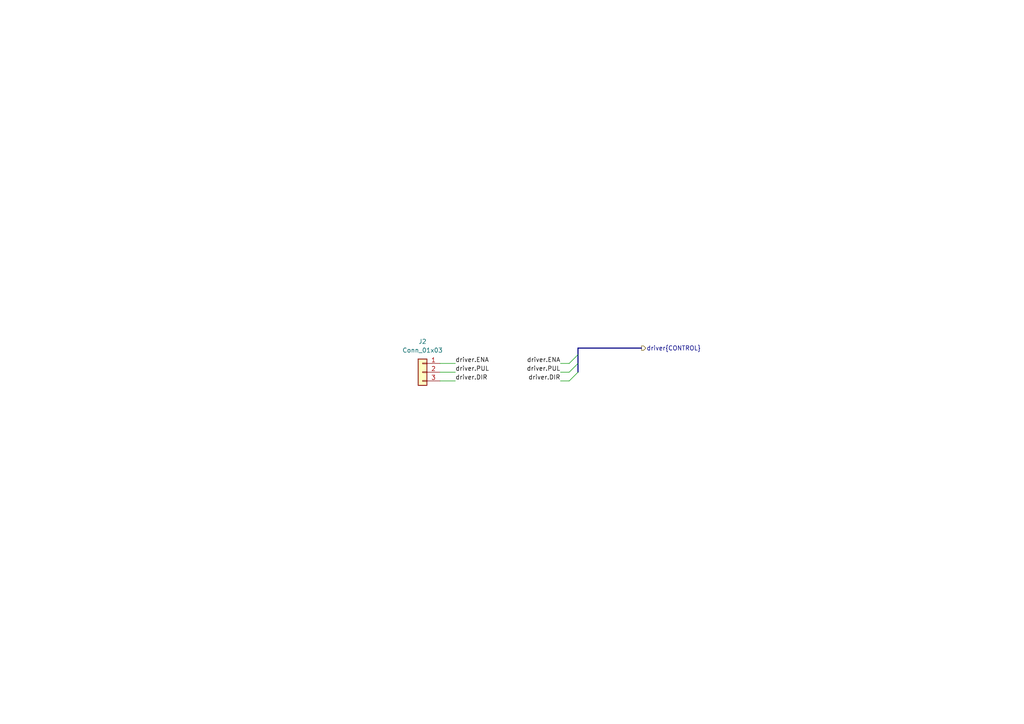
<source format=kicad_sch>
(kicad_sch (version 20230121) (generator eeschema)
  (paper "A4")
  (lib_symbols
    (symbol "IVS_SYMBOLS:Conn_01x03" (pin_names (offset 1.016) hide)
      (property "Reference" "J" (at 0 5.08 0))
      (property "Value" "Conn_01x03" (at 0 -5.08 0))
      (symbol "Conn_01x03_1_1"
        (rectangle (start -1.27 -2.413) (end 0 -2.667) (stroke (width 0.1524)))
        (rectangle (start -1.27 0.127) (end 0 -0.127) (stroke (width 0.1524)))
        (rectangle (start -1.27 2.667) (end 0 2.413) (stroke (width 0.1524)))
        (rectangle (start -1.27 3.81) (end 1.27 -3.81) (stroke (width 0.254)) (fill (type background)))
        (pin passive line (at -5.08 2.54 0) (length 3.81) (name "Pin_1") (number "1"))
        (pin passive line (at -5.08 0 0) (length 3.81) (name "Pin_2") (number "2"))
        (pin passive line (at -5.08 -2.54 0) (length 3.81) (name "Pin_3") (number "3"))
      )
    )
  )
  (bus_entry (at 165.1 107.95) (size 2.54 -2.54))
  (bus_entry (at 165.1 110.49) (size 2.54 -2.54))
  (bus_entry (at 165.1 105.41) (size 2.54 -2.54))
  (bus (pts (xy 167.64 102.87) (xy 167.64 100.965)))
  (wire (pts (xy 162.56 110.49) (xy 165.1 110.49)))
  (wire (pts (xy 162.56 107.95) (xy 165.1 107.95)))
  (bus (pts (xy 167.64 100.965) (xy 186.055 100.965)))
  (bus (pts (xy 167.64 105.41) (xy 167.64 102.87)))
  (wire (pts (xy 132.08 107.95) (xy 127.635 107.95)))
  (wire (pts (xy 132.08 105.41) (xy 127.635 105.41)))
  (wire (pts (xy 162.56 105.41) (xy 165.1 105.41)))
  (bus (pts (xy 167.64 107.95) (xy 167.64 105.41)))
  (wire (pts (xy 132.08 110.49) (xy 127.635 110.49)))
  (label "driver.PUL" (at 132.08 107.95 0))
  (label "driver.DIR" (at 132.08 110.49 0))
  (label "driver.DIR" (at 162.56 110.49 180))
  (label "driver.PUL" (at 162.56 107.95 180))
  (label "driver.ENA" (at 132.08 105.41 0))
  (label "driver.ENA" (at 162.56 105.41 180))
  (hierarchical_label "driver{CONTROL}" (shape output) (at 186.055 100.965 0))
  (symbol (lib_id "IVS_SYMBOLS:Conn_01x03") (at 122.555 107.95 0) (mirror y) (unit 1)
    (property "Reference" "J2" (at 122.555 99.06 0))
    (property "Value" "Conn_01x03" (at 122.555 101.6 0))
    (property "Footprint" "IVS_FOOTPRINTS:Conn_XH-P2.54mm-3P" (effects hide))
  )
)
</source>
